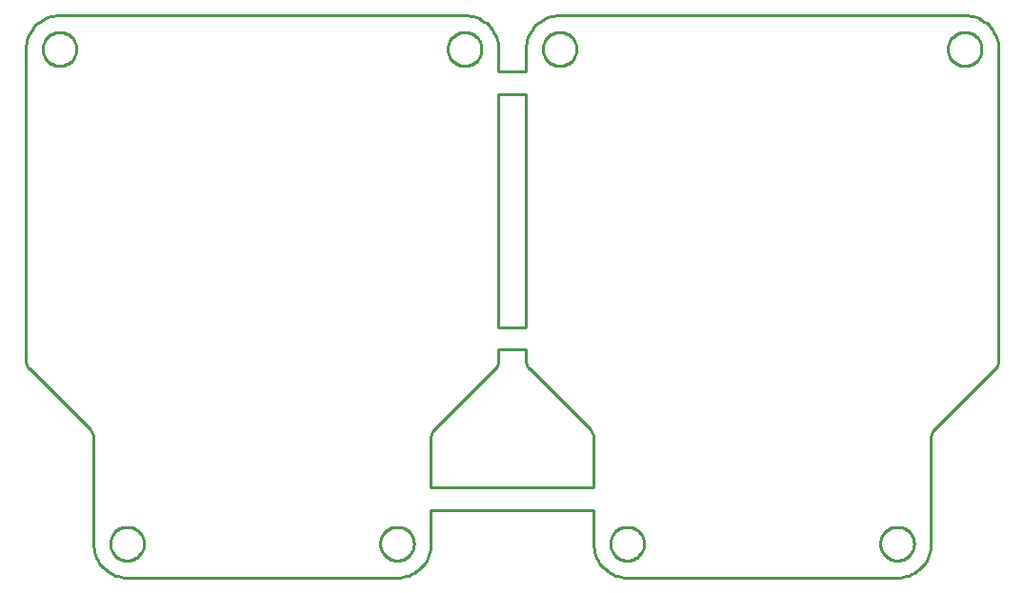
<source format=gbr>
G04 EAGLE Gerber RS-274X export*
G75*
%MOMM*%
%FSLAX34Y34*%
%LPD*%
%IN*%
%IPPOS*%
%AMOC8*
5,1,8,0,0,1.08239X$1,22.5*%
G01*
%ADD10C,0.254000*%


D10*
X6000Y202672D02*
X6038Y201800D01*
X6152Y200936D01*
X6341Y200084D01*
X6603Y199252D01*
X6937Y198446D01*
X7340Y197672D01*
X7808Y196936D01*
X8340Y196244D01*
X8929Y195601D01*
X63071Y141459D01*
X63660Y140816D01*
X64192Y140124D01*
X64660Y139388D01*
X65063Y138614D01*
X65397Y137808D01*
X65659Y136976D01*
X65848Y136124D01*
X65962Y135259D01*
X66000Y134388D01*
X66000Y40000D01*
X66114Y37385D01*
X66456Y34791D01*
X67022Y32235D01*
X67809Y29739D01*
X68811Y27321D01*
X70019Y25000D01*
X71425Y22793D01*
X73019Y20716D01*
X74787Y18787D01*
X76716Y17019D01*
X78793Y15425D01*
X81000Y14019D01*
X83321Y12811D01*
X85739Y11809D01*
X88235Y11022D01*
X90791Y10456D01*
X93385Y10114D01*
X96000Y10000D01*
X336000Y10000D01*
X338615Y10114D01*
X341209Y10456D01*
X343765Y11022D01*
X346261Y11809D01*
X348679Y12811D01*
X351000Y14019D01*
X353207Y15425D01*
X355284Y17019D01*
X357213Y18787D01*
X358981Y20716D01*
X360575Y22793D01*
X361981Y25000D01*
X363189Y27321D01*
X364191Y29739D01*
X364978Y32235D01*
X365544Y34791D01*
X365886Y37385D01*
X366000Y40000D01*
X366000Y70000D01*
X510500Y70000D01*
X510500Y40000D01*
X510614Y37385D01*
X510956Y34791D01*
X511522Y32235D01*
X512309Y29739D01*
X513311Y27321D01*
X514519Y25000D01*
X515925Y22793D01*
X517519Y20716D01*
X519287Y18787D01*
X521216Y17019D01*
X523293Y15425D01*
X525500Y14019D01*
X527821Y12811D01*
X530239Y11809D01*
X532735Y11022D01*
X535291Y10456D01*
X537885Y10114D01*
X540500Y10000D01*
X780500Y10000D01*
X783115Y10114D01*
X785709Y10456D01*
X788265Y11022D01*
X790761Y11809D01*
X793179Y12811D01*
X795500Y14019D01*
X797707Y15425D01*
X799784Y17019D01*
X801713Y18787D01*
X803481Y20716D01*
X805075Y22793D01*
X806481Y25000D01*
X807689Y27321D01*
X808691Y29739D01*
X809478Y32235D01*
X810044Y34791D01*
X810386Y37385D01*
X810500Y40000D01*
X810500Y134388D01*
X810538Y135259D01*
X810652Y136124D01*
X810841Y136976D01*
X811103Y137808D01*
X811437Y138614D01*
X811840Y139388D01*
X812308Y140123D01*
X812840Y140816D01*
X813429Y141459D01*
X867571Y195601D01*
X868160Y196244D01*
X868692Y196936D01*
X869160Y197672D01*
X869563Y198446D01*
X869897Y199252D01*
X870159Y200084D01*
X870348Y200936D01*
X870462Y201800D01*
X870500Y202672D01*
X870500Y480000D01*
X870386Y482615D01*
X870044Y485209D01*
X869478Y487765D01*
X868691Y490261D01*
X867689Y492679D01*
X866481Y495000D01*
X865075Y497207D01*
X863481Y499284D01*
X861713Y501213D01*
X859784Y502981D01*
X857707Y504575D01*
X855500Y505981D01*
X853179Y507189D01*
X850761Y508191D01*
X848265Y508978D01*
X845709Y509544D01*
X843115Y509886D01*
X840500Y510000D01*
X480500Y510000D01*
X477885Y509886D01*
X475291Y509544D01*
X472735Y508978D01*
X470239Y508191D01*
X467821Y507189D01*
X465500Y505981D01*
X463293Y504575D01*
X461216Y502981D01*
X459287Y501213D01*
X457519Y499284D01*
X455925Y497207D01*
X454519Y495000D01*
X453311Y492679D01*
X452309Y490261D01*
X451522Y487765D01*
X450956Y485209D01*
X450614Y482615D01*
X450500Y480000D01*
X450500Y460000D01*
X426000Y460000D01*
X426000Y480000D01*
X425886Y482615D01*
X425544Y485209D01*
X424978Y487765D01*
X424191Y490261D01*
X423189Y492679D01*
X421981Y495000D01*
X420575Y497207D01*
X418981Y499284D01*
X417213Y501213D01*
X415284Y502981D01*
X413207Y504575D01*
X411000Y505981D01*
X408679Y507189D01*
X406261Y508191D01*
X403765Y508978D01*
X401209Y509544D01*
X398615Y509886D01*
X396000Y510000D01*
X36000Y510000D01*
X33385Y509886D01*
X30791Y509544D01*
X28235Y508978D01*
X25739Y508191D01*
X23321Y507189D01*
X21000Y505981D01*
X18793Y504575D01*
X16716Y502981D01*
X14787Y501213D01*
X13019Y499284D01*
X11425Y497207D01*
X10019Y495000D01*
X8811Y492679D01*
X7809Y490261D01*
X7022Y487765D01*
X6456Y485209D01*
X6114Y482615D01*
X6000Y480000D01*
X6000Y202672D01*
X366000Y90000D02*
X510500Y90000D01*
X510500Y134388D01*
X510462Y135259D01*
X510348Y136124D01*
X510159Y136976D01*
X509897Y137808D01*
X509563Y138614D01*
X509160Y139388D01*
X508692Y140124D01*
X508160Y140816D01*
X507571Y141459D01*
X453429Y195601D01*
X452840Y196244D01*
X452308Y196936D01*
X451840Y197672D01*
X451437Y198446D01*
X451103Y199252D01*
X450841Y200084D01*
X450652Y200936D01*
X450538Y201800D01*
X450500Y202672D01*
X450500Y212672D01*
X426000Y212672D01*
X426000Y202672D01*
X425962Y201800D01*
X425848Y200936D01*
X425659Y200084D01*
X425397Y199252D01*
X425063Y198446D01*
X424660Y197672D01*
X424192Y196936D01*
X423660Y196244D01*
X423071Y195601D01*
X368929Y141459D01*
X368340Y140816D01*
X367808Y140123D01*
X367340Y139388D01*
X366937Y138614D01*
X366603Y137808D01*
X366341Y136976D01*
X366152Y136124D01*
X366038Y135259D01*
X366000Y134388D01*
X366000Y90000D01*
X426000Y232672D02*
X450500Y232672D01*
X450500Y440000D01*
X426000Y440000D01*
X426000Y232672D01*
X51000Y479464D02*
X51000Y480536D01*
X50924Y481604D01*
X50771Y482665D01*
X50543Y483712D01*
X50241Y484740D01*
X49867Y485744D01*
X49422Y486719D01*
X48908Y487659D01*
X48329Y488560D01*
X47687Y489418D01*
X46985Y490228D01*
X46228Y490985D01*
X45418Y491687D01*
X44560Y492329D01*
X43659Y492908D01*
X42719Y493422D01*
X41744Y493867D01*
X40740Y494241D01*
X39712Y494543D01*
X38665Y494771D01*
X37604Y494924D01*
X36536Y495000D01*
X35464Y495000D01*
X34396Y494924D01*
X33335Y494771D01*
X32288Y494543D01*
X31260Y494241D01*
X30256Y493867D01*
X29281Y493422D01*
X28341Y492908D01*
X27440Y492329D01*
X26582Y491687D01*
X25772Y490985D01*
X25015Y490228D01*
X24313Y489418D01*
X23671Y488560D01*
X23092Y487659D01*
X22578Y486719D01*
X22133Y485744D01*
X21759Y484740D01*
X21457Y483712D01*
X21229Y482665D01*
X21076Y481604D01*
X21000Y480536D01*
X21000Y479464D01*
X21076Y478396D01*
X21229Y477335D01*
X21457Y476288D01*
X21759Y475260D01*
X22133Y474256D01*
X22578Y473281D01*
X23092Y472341D01*
X23671Y471440D01*
X24313Y470582D01*
X25015Y469772D01*
X25772Y469015D01*
X26582Y468313D01*
X27440Y467671D01*
X28341Y467092D01*
X29281Y466578D01*
X30256Y466133D01*
X31260Y465759D01*
X32288Y465457D01*
X33335Y465229D01*
X34396Y465076D01*
X35464Y465000D01*
X36536Y465000D01*
X37604Y465076D01*
X38665Y465229D01*
X39712Y465457D01*
X40740Y465759D01*
X41744Y466133D01*
X42719Y466578D01*
X43659Y467092D01*
X44560Y467671D01*
X45418Y468313D01*
X46228Y469015D01*
X46985Y469772D01*
X47687Y470582D01*
X48329Y471440D01*
X48908Y472341D01*
X49422Y473281D01*
X49867Y474256D01*
X50241Y475260D01*
X50543Y476288D01*
X50771Y477335D01*
X50924Y478396D01*
X51000Y479464D01*
X411000Y479464D02*
X411000Y480536D01*
X410924Y481604D01*
X410771Y482665D01*
X410543Y483712D01*
X410241Y484740D01*
X409867Y485744D01*
X409422Y486719D01*
X408908Y487659D01*
X408329Y488560D01*
X407687Y489418D01*
X406985Y490228D01*
X406228Y490985D01*
X405418Y491687D01*
X404560Y492329D01*
X403659Y492908D01*
X402719Y493422D01*
X401744Y493867D01*
X400740Y494241D01*
X399712Y494543D01*
X398665Y494771D01*
X397604Y494924D01*
X396536Y495000D01*
X395464Y495000D01*
X394396Y494924D01*
X393335Y494771D01*
X392288Y494543D01*
X391260Y494241D01*
X390256Y493867D01*
X389281Y493422D01*
X388341Y492908D01*
X387440Y492329D01*
X386582Y491687D01*
X385772Y490985D01*
X385015Y490228D01*
X384313Y489418D01*
X383671Y488560D01*
X383092Y487659D01*
X382578Y486719D01*
X382133Y485744D01*
X381759Y484740D01*
X381457Y483712D01*
X381229Y482665D01*
X381076Y481604D01*
X381000Y480536D01*
X381000Y479464D01*
X381076Y478396D01*
X381229Y477335D01*
X381457Y476288D01*
X381759Y475260D01*
X382133Y474256D01*
X382578Y473281D01*
X383092Y472341D01*
X383671Y471440D01*
X384313Y470582D01*
X385015Y469772D01*
X385772Y469015D01*
X386582Y468313D01*
X387440Y467671D01*
X388341Y467092D01*
X389281Y466578D01*
X390256Y466133D01*
X391260Y465759D01*
X392288Y465457D01*
X393335Y465229D01*
X394396Y465076D01*
X395464Y465000D01*
X396536Y465000D01*
X397604Y465076D01*
X398665Y465229D01*
X399712Y465457D01*
X400740Y465759D01*
X401744Y466133D01*
X402719Y466578D01*
X403659Y467092D01*
X404560Y467671D01*
X405418Y468313D01*
X406228Y469015D01*
X406985Y469772D01*
X407687Y470582D01*
X408329Y471440D01*
X408908Y472341D01*
X409422Y473281D01*
X409867Y474256D01*
X410241Y475260D01*
X410543Y476288D01*
X410771Y477335D01*
X410924Y478396D01*
X411000Y479464D01*
X111000Y39464D02*
X111000Y40536D01*
X110924Y41604D01*
X110771Y42665D01*
X110543Y43712D01*
X110241Y44740D01*
X109867Y45744D01*
X109422Y46719D01*
X108908Y47659D01*
X108329Y48560D01*
X107687Y49418D01*
X106985Y50228D01*
X106228Y50985D01*
X105418Y51687D01*
X104560Y52329D01*
X103659Y52908D01*
X102719Y53422D01*
X101744Y53867D01*
X100740Y54241D01*
X99712Y54543D01*
X98665Y54771D01*
X97604Y54924D01*
X96536Y55000D01*
X95464Y55000D01*
X94396Y54924D01*
X93335Y54771D01*
X92288Y54543D01*
X91260Y54241D01*
X90256Y53867D01*
X89281Y53422D01*
X88341Y52908D01*
X87440Y52329D01*
X86582Y51687D01*
X85772Y50985D01*
X85015Y50228D01*
X84313Y49418D01*
X83671Y48560D01*
X83092Y47659D01*
X82578Y46719D01*
X82133Y45744D01*
X81759Y44740D01*
X81457Y43712D01*
X81229Y42665D01*
X81076Y41604D01*
X81000Y40536D01*
X81000Y39464D01*
X81076Y38396D01*
X81229Y37335D01*
X81457Y36288D01*
X81759Y35260D01*
X82133Y34256D01*
X82578Y33281D01*
X83092Y32341D01*
X83671Y31440D01*
X84313Y30582D01*
X85015Y29772D01*
X85772Y29015D01*
X86582Y28313D01*
X87440Y27671D01*
X88341Y27092D01*
X89281Y26578D01*
X90256Y26133D01*
X91260Y25759D01*
X92288Y25457D01*
X93335Y25229D01*
X94396Y25076D01*
X95464Y25000D01*
X96536Y25000D01*
X97604Y25076D01*
X98665Y25229D01*
X99712Y25457D01*
X100740Y25759D01*
X101744Y26133D01*
X102719Y26578D01*
X103659Y27092D01*
X104560Y27671D01*
X105418Y28313D01*
X106228Y29015D01*
X106985Y29772D01*
X107687Y30582D01*
X108329Y31440D01*
X108908Y32341D01*
X109422Y33281D01*
X109867Y34256D01*
X110241Y35260D01*
X110543Y36288D01*
X110771Y37335D01*
X110924Y38396D01*
X111000Y39464D01*
X351000Y39464D02*
X351000Y40536D01*
X350924Y41604D01*
X350771Y42665D01*
X350543Y43712D01*
X350241Y44740D01*
X349867Y45744D01*
X349422Y46719D01*
X348908Y47659D01*
X348329Y48560D01*
X347687Y49418D01*
X346985Y50228D01*
X346228Y50985D01*
X345418Y51687D01*
X344560Y52329D01*
X343659Y52908D01*
X342719Y53422D01*
X341744Y53867D01*
X340740Y54241D01*
X339712Y54543D01*
X338665Y54771D01*
X337604Y54924D01*
X336536Y55000D01*
X335464Y55000D01*
X334396Y54924D01*
X333335Y54771D01*
X332288Y54543D01*
X331260Y54241D01*
X330256Y53867D01*
X329281Y53422D01*
X328341Y52908D01*
X327440Y52329D01*
X326582Y51687D01*
X325772Y50985D01*
X325015Y50228D01*
X324313Y49418D01*
X323671Y48560D01*
X323092Y47659D01*
X322578Y46719D01*
X322133Y45744D01*
X321759Y44740D01*
X321457Y43712D01*
X321229Y42665D01*
X321076Y41604D01*
X321000Y40536D01*
X321000Y39464D01*
X321076Y38396D01*
X321229Y37335D01*
X321457Y36288D01*
X321759Y35260D01*
X322133Y34256D01*
X322578Y33281D01*
X323092Y32341D01*
X323671Y31440D01*
X324313Y30582D01*
X325015Y29772D01*
X325772Y29015D01*
X326582Y28313D01*
X327440Y27671D01*
X328341Y27092D01*
X329281Y26578D01*
X330256Y26133D01*
X331260Y25759D01*
X332288Y25457D01*
X333335Y25229D01*
X334396Y25076D01*
X335464Y25000D01*
X336536Y25000D01*
X337604Y25076D01*
X338665Y25229D01*
X339712Y25457D01*
X340740Y25759D01*
X341744Y26133D01*
X342719Y26578D01*
X343659Y27092D01*
X344560Y27671D01*
X345418Y28313D01*
X346228Y29015D01*
X346985Y29772D01*
X347687Y30582D01*
X348329Y31440D01*
X348908Y32341D01*
X349422Y33281D01*
X349867Y34256D01*
X350241Y35260D01*
X350543Y36288D01*
X350771Y37335D01*
X350924Y38396D01*
X351000Y39464D01*
X855500Y479464D02*
X855500Y480536D01*
X855424Y481604D01*
X855271Y482665D01*
X855043Y483712D01*
X854741Y484740D01*
X854367Y485744D01*
X853922Y486719D01*
X853408Y487659D01*
X852829Y488560D01*
X852187Y489418D01*
X851485Y490228D01*
X850728Y490985D01*
X849918Y491687D01*
X849060Y492329D01*
X848159Y492908D01*
X847219Y493422D01*
X846244Y493867D01*
X845240Y494241D01*
X844212Y494543D01*
X843165Y494771D01*
X842104Y494924D01*
X841036Y495000D01*
X839964Y495000D01*
X838896Y494924D01*
X837835Y494771D01*
X836788Y494543D01*
X835760Y494241D01*
X834756Y493867D01*
X833781Y493422D01*
X832841Y492908D01*
X831940Y492329D01*
X831082Y491687D01*
X830272Y490985D01*
X829515Y490228D01*
X828813Y489418D01*
X828171Y488560D01*
X827592Y487659D01*
X827078Y486719D01*
X826633Y485744D01*
X826259Y484740D01*
X825957Y483712D01*
X825729Y482665D01*
X825576Y481604D01*
X825500Y480536D01*
X825500Y479464D01*
X825576Y478396D01*
X825729Y477335D01*
X825957Y476288D01*
X826259Y475260D01*
X826633Y474256D01*
X827078Y473281D01*
X827592Y472341D01*
X828171Y471440D01*
X828813Y470582D01*
X829515Y469772D01*
X830272Y469015D01*
X831082Y468313D01*
X831940Y467671D01*
X832841Y467092D01*
X833781Y466578D01*
X834756Y466133D01*
X835760Y465759D01*
X836788Y465457D01*
X837835Y465229D01*
X838896Y465076D01*
X839964Y465000D01*
X841036Y465000D01*
X842104Y465076D01*
X843165Y465229D01*
X844212Y465457D01*
X845240Y465759D01*
X846244Y466133D01*
X847219Y466578D01*
X848159Y467092D01*
X849060Y467671D01*
X849918Y468313D01*
X850728Y469015D01*
X851485Y469772D01*
X852187Y470582D01*
X852829Y471440D01*
X853408Y472341D01*
X853922Y473281D01*
X854367Y474256D01*
X854741Y475260D01*
X855043Y476288D01*
X855271Y477335D01*
X855424Y478396D01*
X855500Y479464D01*
X555500Y39464D02*
X555500Y40536D01*
X555424Y41604D01*
X555271Y42665D01*
X555043Y43712D01*
X554741Y44740D01*
X554367Y45744D01*
X553922Y46719D01*
X553408Y47659D01*
X552829Y48560D01*
X552187Y49418D01*
X551485Y50228D01*
X550728Y50985D01*
X549918Y51687D01*
X549060Y52329D01*
X548159Y52908D01*
X547219Y53422D01*
X546244Y53867D01*
X545240Y54241D01*
X544212Y54543D01*
X543165Y54771D01*
X542104Y54924D01*
X541036Y55000D01*
X539964Y55000D01*
X538896Y54924D01*
X537835Y54771D01*
X536788Y54543D01*
X535760Y54241D01*
X534756Y53867D01*
X533781Y53422D01*
X532841Y52908D01*
X531940Y52329D01*
X531082Y51687D01*
X530272Y50985D01*
X529515Y50228D01*
X528813Y49418D01*
X528171Y48560D01*
X527592Y47659D01*
X527078Y46719D01*
X526633Y45744D01*
X526259Y44740D01*
X525957Y43712D01*
X525729Y42665D01*
X525576Y41604D01*
X525500Y40536D01*
X525500Y39464D01*
X525576Y38396D01*
X525729Y37335D01*
X525957Y36288D01*
X526259Y35260D01*
X526633Y34256D01*
X527078Y33281D01*
X527592Y32341D01*
X528171Y31440D01*
X528813Y30582D01*
X529515Y29772D01*
X530272Y29015D01*
X531082Y28313D01*
X531940Y27671D01*
X532841Y27092D01*
X533781Y26578D01*
X534756Y26133D01*
X535760Y25759D01*
X536788Y25457D01*
X537835Y25229D01*
X538896Y25076D01*
X539964Y25000D01*
X541036Y25000D01*
X542104Y25076D01*
X543165Y25229D01*
X544212Y25457D01*
X545240Y25759D01*
X546244Y26133D01*
X547219Y26578D01*
X548159Y27092D01*
X549060Y27671D01*
X549918Y28313D01*
X550728Y29015D01*
X551485Y29772D01*
X552187Y30582D01*
X552829Y31440D01*
X553408Y32341D01*
X553922Y33281D01*
X554367Y34256D01*
X554741Y35260D01*
X555043Y36288D01*
X555271Y37335D01*
X555424Y38396D01*
X555500Y39464D01*
X795500Y39464D02*
X795500Y40536D01*
X795424Y41604D01*
X795271Y42665D01*
X795043Y43712D01*
X794741Y44740D01*
X794367Y45744D01*
X793922Y46719D01*
X793408Y47659D01*
X792829Y48560D01*
X792187Y49418D01*
X791485Y50228D01*
X790728Y50985D01*
X789918Y51687D01*
X789060Y52329D01*
X788159Y52908D01*
X787219Y53422D01*
X786244Y53867D01*
X785240Y54241D01*
X784212Y54543D01*
X783165Y54771D01*
X782104Y54924D01*
X781036Y55000D01*
X779964Y55000D01*
X778896Y54924D01*
X777835Y54771D01*
X776788Y54543D01*
X775760Y54241D01*
X774756Y53867D01*
X773781Y53422D01*
X772841Y52908D01*
X771940Y52329D01*
X771082Y51687D01*
X770272Y50985D01*
X769515Y50228D01*
X768813Y49418D01*
X768171Y48560D01*
X767592Y47659D01*
X767078Y46719D01*
X766633Y45744D01*
X766259Y44740D01*
X765957Y43712D01*
X765729Y42665D01*
X765576Y41604D01*
X765500Y40536D01*
X765500Y39464D01*
X765576Y38396D01*
X765729Y37335D01*
X765957Y36288D01*
X766259Y35260D01*
X766633Y34256D01*
X767078Y33281D01*
X767592Y32341D01*
X768171Y31440D01*
X768813Y30582D01*
X769515Y29772D01*
X770272Y29015D01*
X771082Y28313D01*
X771940Y27671D01*
X772841Y27092D01*
X773781Y26578D01*
X774756Y26133D01*
X775760Y25759D01*
X776788Y25457D01*
X777835Y25229D01*
X778896Y25076D01*
X779964Y25000D01*
X781036Y25000D01*
X782104Y25076D01*
X783165Y25229D01*
X784212Y25457D01*
X785240Y25759D01*
X786244Y26133D01*
X787219Y26578D01*
X788159Y27092D01*
X789060Y27671D01*
X789918Y28313D01*
X790728Y29015D01*
X791485Y29772D01*
X792187Y30582D01*
X792829Y31440D01*
X793408Y32341D01*
X793922Y33281D01*
X794367Y34256D01*
X794741Y35260D01*
X795043Y36288D01*
X795271Y37335D01*
X795424Y38396D01*
X795500Y39464D01*
X495500Y479464D02*
X495500Y480536D01*
X495424Y481604D01*
X495271Y482665D01*
X495043Y483712D01*
X494741Y484740D01*
X494367Y485744D01*
X493922Y486719D01*
X493408Y487659D01*
X492829Y488560D01*
X492187Y489418D01*
X491485Y490228D01*
X490728Y490985D01*
X489918Y491687D01*
X489060Y492329D01*
X488159Y492908D01*
X487219Y493422D01*
X486244Y493867D01*
X485240Y494241D01*
X484212Y494543D01*
X483165Y494771D01*
X482104Y494924D01*
X481036Y495000D01*
X479964Y495000D01*
X478896Y494924D01*
X477835Y494771D01*
X476788Y494543D01*
X475760Y494241D01*
X474756Y493867D01*
X473781Y493422D01*
X472841Y492908D01*
X471940Y492329D01*
X471082Y491687D01*
X470272Y490985D01*
X469515Y490228D01*
X468813Y489418D01*
X468171Y488560D01*
X467592Y487659D01*
X467078Y486719D01*
X466633Y485744D01*
X466259Y484740D01*
X465957Y483712D01*
X465729Y482665D01*
X465576Y481604D01*
X465500Y480536D01*
X465500Y479464D01*
X465576Y478396D01*
X465729Y477335D01*
X465957Y476288D01*
X466259Y475260D01*
X466633Y474256D01*
X467078Y473281D01*
X467592Y472341D01*
X468171Y471440D01*
X468813Y470582D01*
X469515Y469772D01*
X470272Y469015D01*
X471082Y468313D01*
X471940Y467671D01*
X472841Y467092D01*
X473781Y466578D01*
X474756Y466133D01*
X475760Y465759D01*
X476788Y465457D01*
X477835Y465229D01*
X478896Y465076D01*
X479964Y465000D01*
X481036Y465000D01*
X482104Y465076D01*
X483165Y465229D01*
X484212Y465457D01*
X485240Y465759D01*
X486244Y466133D01*
X487219Y466578D01*
X488159Y467092D01*
X489060Y467671D01*
X489918Y468313D01*
X490728Y469015D01*
X491485Y469772D01*
X492187Y470582D01*
X492829Y471440D01*
X493408Y472341D01*
X493922Y473281D01*
X494367Y474256D01*
X494741Y475260D01*
X495043Y476288D01*
X495271Y477335D01*
X495424Y478396D01*
X495500Y479464D01*
M02*

</source>
